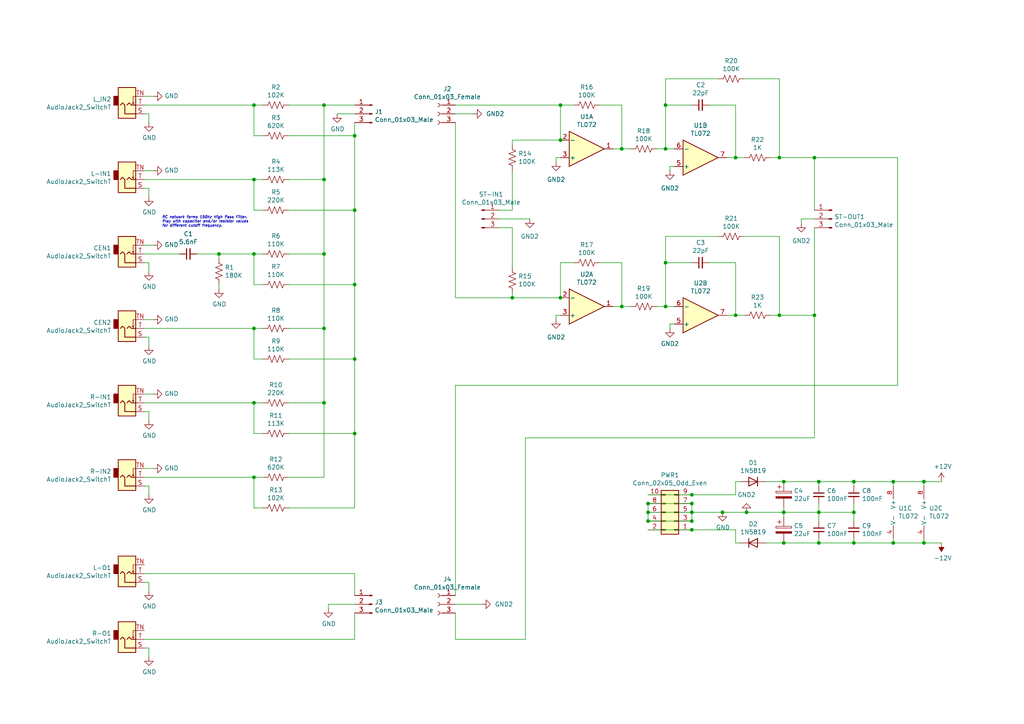
<source format=kicad_sch>
(kicad_sch (version 20231120) (generator "eeschema") (generator_version "8.0")
  (paper "A4")
  (title_block (title "Mixor Image") (date "2022-03-31") (rev "5") (company "Modular Maculata") (comment 1 "(inspired by nearness mixer)") (comment 2 "CONSTANT POWER PANNING (-35, -15, 0, 15, 35)"))
  (lib_symbols
    (symbol "Amplifier_Operational:TL072" (pin_names (offset 0.127))
      (property "Reference" "U" (at 0 5.08 0))
      (property "Value" "TL072" (at 0 -5.08 0))
      (symbol "TL072_1_1"
        (polyline (pts (xy -5.08 5.08) (xy 5.08 0) (xy -5.08 -5.08) (xy -5.08 5.08)) (stroke (width 0.254)) (fill (type background)))
        (pin output line (at 7.62 0 180) (length 2.54) (name "~") (number "1"))
        (pin input line (at -7.62 -2.54 0) (length 2.54) (name "-") (number "2"))
        (pin input line (at -7.62 2.54 0) (length 2.54) (name "+") (number "3"))
      )
      (symbol "TL072_2_1"
        (polyline (pts (xy -5.08 5.08) (xy 5.08 0) (xy -5.08 -5.08) (xy -5.08 5.08)) (stroke (width 0.254)) (fill (type background)))
        (pin input line (at -7.62 2.54 0) (length 2.54) (name "+") (number "5"))
        (pin input line (at -7.62 -2.54 0) (length 2.54) (name "-") (number "6"))
        (pin output line (at 7.62 0 180) (length 2.54) (name "~") (number "7"))
      )
      (symbol "TL072_3_1"
        (pin power_in line (at -2.54 -7.62 90) (length 3.81) (name "V-") (number "4"))
        (pin power_in line (at -2.54 7.62 270) (length 3.81) (name "V+") (number "8"))
      )
    )
    (symbol "Connector:Conn_01x03_Pin" (pin_names (offset 1.016) hide)
      (property "Reference" "J" (at 0 5.08 0))
      (property "Value" "Conn_01x03_Pin" (at 0 -5.08 0))
      (symbol "Conn_01x03_Pin_1_1"
        (polyline (pts (xy 1.27 -2.54) (xy 0.8636 -2.54)) (stroke (width 0.1524)))
        (polyline (pts (xy 1.27 0) (xy 0.8636 0)) (stroke (width 0.1524)))
        (polyline (pts (xy 1.27 2.54) (xy 0.8636 2.54)) (stroke (width 0.1524)))
        (rectangle (start 0.8636 -2.413) (end 0 -2.667) (stroke (width 0.1524)) (fill (type outline)))
        (rectangle (start 0.8636 0.127) (end 0 -0.127) (stroke (width 0.1524)) (fill (type outline)))
        (rectangle (start 0.8636 2.667) (end 0 2.413) (stroke (width 0.1524)) (fill (type outline)))
        (pin passive line (at 5.08 2.54 180) (length 3.81) (name "Pin_1") (number "1"))
        (pin passive line (at 5.08 0 180) (length 3.81) (name "Pin_2") (number "2"))
        (pin passive line (at 5.08 -2.54 180) (length 3.81) (name "Pin_3") (number "3"))
      )
    )
    (symbol "Connector:Conn_01x03_Socket" (pin_names (offset 1.016) hide)
      (property "Reference" "J" (at 0 5.08 0))
      (property "Value" "Conn_01x03_Socket" (at 0 -5.08 0))
      (symbol "Conn_01x03_Socket_1_1"
        (arc (start 0 -2.032) (mid -0.5058 -2.54) (end 0 -3.048) (stroke (width 0.1524)))
        (polyline (pts (xy -1.27 -2.54) (xy -0.508 -2.54)) (stroke (width 0.1524)))
        (polyline (pts (xy -1.27 0) (xy -0.508 0)) (stroke (width 0.1524)))
        (polyline (pts (xy -1.27 2.54) (xy -0.508 2.54)) (stroke (width 0.1524)))
        (arc (start 0 0.508) (mid -0.5058 0) (end 0 -0.508) (stroke (width 0.1524)))
        (arc (start 0 3.048) (mid -0.5058 2.54) (end 0 2.032) (stroke (width 0.1524)))
        (pin passive line (at -5.08 2.54 0) (length 3.81) (name "Pin_1") (number "1"))
        (pin passive line (at -5.08 0 0) (length 3.81) (name "Pin_2") (number "2"))
        (pin passive line (at -5.08 -2.54 0) (length 3.81) (name "Pin_3") (number "3"))
      )
    )
    (symbol "Connector_Audio:AudioJack2_SwitchT"
      (property "Reference" "J" (at 0 8.89 0))
      (property "Value" "AudioJack2_SwitchT" (at 0 6.35 0))
      (symbol "AudioJack2_SwitchT_0_1"
        (rectangle (start -2.54 0) (end -3.81 -2.54) (stroke (width 0.254)) (fill (type outline)))
        (polyline (pts (xy 1.778 -0.254) (xy 2.032 -0.762)))
        (polyline (pts (xy 0 0) (xy 0.635 -0.635) (xy 1.27 0) (xy 2.54 0)) (stroke (width 0.254)))
        (polyline (pts (xy 2.54 -2.54) (xy 1.778 -2.54) (xy 1.778 -0.254) (xy 1.524 -0.762)))
        (polyline (pts (xy 2.54 2.54) (xy -0.635 2.54) (xy -0.635 0) (xy -1.27 -0.635) (xy -1.905 0)) (stroke (width 0.254)))
        (rectangle (start 2.54 3.81) (end -2.54 -5.08) (stroke (width 0.254)) (fill (type background)))
      )
      (symbol "AudioJack2_SwitchT_1_1"
        (pin passive line (at 5.08 2.54 180) (length 2.54) (name "~") (number "S"))
        (pin passive line (at 5.08 0 180) (length 2.54) (name "~") (number "T"))
        (pin passive line (at 5.08 -2.54 180) (length 2.54) (name "~") (number "TN"))
      )
    )
    (symbol "Connector_Generic:Conn_02x05_Odd_Even" (pin_names (offset 1.016) hide)
      (property "Reference" "J" (at 1.27 7.62 0))
      (property "Value" "Conn_02x05_Odd_Even" (at 1.27 -7.62 0))
      (symbol "Conn_02x05_Odd_Even_1_1"
        (rectangle (start -1.27 -4.953) (end 0 -5.207) (stroke (width 0.1524)))
        (rectangle (start -1.27 -2.413) (end 0 -2.667) (stroke (width 0.1524)))
        (rectangle (start -1.27 0.127) (end 0 -0.127) (stroke (width 0.1524)))
        (rectangle (start -1.27 2.667) (end 0 2.413) (stroke (width 0.1524)))
        (rectangle (start -1.27 5.207) (end 0 4.953) (stroke (width 0.1524)))
        (rectangle (start -1.27 6.35) (end 3.81 -6.35) (stroke (width 0.254)) (fill (type background)))
        (rectangle (start 3.81 -4.953) (end 2.54 -5.207) (stroke (width 0.1524)))
        (rectangle (start 3.81 -2.413) (end 2.54 -2.667) (stroke (width 0.1524)))
        (rectangle (start 3.81 0.127) (end 2.54 -0.127) (stroke (width 0.1524)))
        (rectangle (start 3.81 2.667) (end 2.54 2.413) (stroke (width 0.1524)))
        (rectangle (start 3.81 5.207) (end 2.54 4.953) (stroke (width 0.1524)))
        (pin passive line (at -5.08 5.08 0) (length 3.81) (name "Pin_1") (number "1"))
        (pin passive line (at 7.62 -5.08 180) (length 3.81) (name "Pin_10") (number "10"))
        (pin passive line (at 7.62 5.08 180) (length 3.81) (name "Pin_2") (number "2"))
        (pin passive line (at -5.08 2.54 0) (length 3.81) (name "Pin_3") (number "3"))
        (pin passive line (at 7.62 2.54 180) (length 3.81) (name "Pin_4") (number "4"))
        (pin passive line (at -5.08 0 0) (length 3.81) (name "Pin_5") (number "5"))
        (pin passive line (at 7.62 0 180) (length 3.81) (name "Pin_6") (number "6"))
        (pin passive line (at -5.08 -2.54 0) (length 3.81) (name "Pin_7") (number "7"))
        (pin passive line (at 7.62 -2.54 180) (length 3.81) (name "Pin_8") (number "8"))
        (pin passive line (at -5.08 -5.08 0) (length 3.81) (name "Pin_9") (number "9"))
      )
    )
    (symbol "Device:C_Polarized" (pin_numbers hide) (pin_names (offset 0.254))
      (property "Reference" "C" (at 0.635 2.54 0))
      (property "Value" "C_Polarized" (at 0.635 -2.54 0))
      (symbol "C_Polarized_0_1"
        (rectangle (start -2.286 0.508) (end 2.286 1.016))
        (polyline (pts (xy -1.778 2.286) (xy -0.762 2.286)))
        (polyline (pts (xy -1.27 2.794) (xy -1.27 1.778)))
        (rectangle (start 2.286 -0.508) (end -2.286 -1.016) (fill (type outline)))
      )
      (symbol "C_Polarized_1_1"
        (pin passive line (at 0 3.81 270) (length 2.794) (name "~") (number "1"))
        (pin passive line (at 0 -3.81 90) (length 2.794) (name "~") (number "2"))
      )
    )
    (symbol "Device:C_Small" (pin_numbers hide) (pin_names (offset 0.254) hide)
      (property "Reference" "C" (at 0.254 1.778 0))
      (property "Value" "C_Small" (at 0.254 -2.032 0))
      (symbol "C_Small_0_1"
        (polyline (pts (xy -1.524 -0.508) (xy 1.524 -0.508)) (stroke (width 0.3302)))
        (polyline (pts (xy -1.524 0.508) (xy 1.524 0.508)) (stroke (width 0.3048)))
      )
      (symbol "C_Small_1_1"
        (pin passive line (at 0 2.54 270) (length 2.032) (name "~") (number "1"))
        (pin passive line (at 0 -2.54 90) (length 2.032) (name "~") (number "2"))
      )
    )
    (symbol "Device:D" (pin_numbers hide) (pin_names (offset 1.016) hide)
      (property "Reference" "D" (at 0 2.54 0))
      (property "Value" "D" (at 0 -2.54 0))
      (symbol "D_0_1"
        (polyline (pts (xy -1.27 1.27) (xy -1.27 -1.27)) (stroke (width 0.254)))
        (polyline (pts (xy 1.27 0) (xy -1.27 0)))
        (polyline (pts (xy 1.27 1.27) (xy 1.27 -1.27) (xy -1.27 0) (xy 1.27 1.27)) (stroke (width 0.254)))
      )
      (symbol "D_1_1"
        (pin passive line (at -3.81 0 0) (length 2.54) (name "K") (number "1"))
        (pin passive line (at 3.81 0 180) (length 2.54) (name "A") (number "2"))
      )
    )
    (symbol "Device:R_US" (pin_numbers hide) (pin_names (offset 0))
      (property "Reference" "R" (at 2.54 0 90))
      (property "Value" "R_US" (at -2.54 0 90))
      (symbol "R_US_0_1"
        (polyline (pts (xy 0 -2.286) (xy 0 -2.54)))
        (polyline (pts (xy 0 2.286) (xy 0 2.54)))
        (polyline (pts (xy 0 -0.762) (xy 1.016 -1.143) (xy 0 -1.524) (xy -1.016 -1.905) (xy 0 -2.286)))
        (polyline (pts (xy 0 0.762) (xy 1.016 0.381) (xy 0 0) (xy -1.016 -0.381) (xy 0 -0.762)))
        (polyline (pts (xy 0 2.286) (xy 1.016 1.905) (xy 0 1.524) (xy -1.016 1.143) (xy 0 0.762)))
      )
      (symbol "R_US_1_1"
        (pin passive line (at 0 3.81 270) (length 1.27) (name "~") (number "1"))
        (pin passive line (at 0 -3.81 90) (length 1.27) (name "~") (number "2"))
      )
    )
    (symbol "power:+12V" (power) (pin_names (offset 0))
      (property "Value" "+12V" (at 0 3.556 0))
      (symbol "+12V_0_1"
        (polyline (pts (xy -0.762 1.27) (xy 0 2.54)))
        (polyline (pts (xy 0 0) (xy 0 2.54)))
        (polyline (pts (xy 0 2.54) (xy 0.762 1.27)))
      )
      (symbol "+12V_1_1"
        (pin power_in line (at 0 0 90) (length 0) hide (name "+12V") (number "1"))
      )
    )
    (symbol "power:-12V" (power) (pin_names (offset 0))
      (property "Value" "-12V" (at 0 3.81 0))
      (symbol "-12V_0_0"
        (pin power_in line (at 0 0 90) (length 0) hide (name "-12V") (number "1"))
      )
      (symbol "-12V_0_1"
        (polyline (pts (xy 0 0) (xy 0 1.27) (xy 0.762 1.27) (xy 0 2.54) (xy -0.762 1.27) (xy 0 1.27)) (fill (type outline)))
      )
    )
    (symbol "power:GND" (power) (pin_names (offset 0))
      (property "Value" "GND" (at 0 -3.81 0))
      (symbol "GND_0_1"
        (polyline (pts (xy 0 0) (xy 0 -1.27) (xy 1.27 -1.27) (xy 0 -2.54) (xy -1.27 -1.27) (xy 0 -1.27)))
      )
      (symbol "GND_1_1"
        (pin power_in line (at 0 0 270) (length 0) hide (name "GND") (number "1"))
      )
    )
    (symbol "power:GND2" (power) (pin_names (offset 0))
      (property "Value" "GND2" (at 0 -3.81 0))
      (symbol "GND2_0_1"
        (polyline (pts (xy 0 0) (xy 0 -1.27) (xy 1.27 -1.27) (xy 0 -2.54) (xy -1.27 -1.27) (xy 0 -1.27)))
      )
      (symbol "GND2_1_1"
        (pin power_in line (at 0 0 270) (length 0) hide (name "GND2") (number "1"))
      )
    )
  )
  (junction (at 213.36 45.72))
  (junction (at 162.56 30.48))
  (junction (at 193.04 30.48))
  (junction (at 102.87 60.96))
  (junction (at 227.33 148.59))
  (junction (at 93.98 52.07))
  (junction (at 102.87 39.37))
  (junction (at 162.56 40.64))
  (junction (at 259.08 157.48))
  (junction (at 237.49 139.7))
  (junction (at 216.535 148.59))
  (junction (at 180.34 43.18))
  (junction (at 200.66 148.59))
  (junction (at 259.08 139.7))
  (junction (at 193.04 88.9))
  (junction (at 73.66 116.84))
  (junction (at 63.5 73.66))
  (junction (at 227.33 157.48))
  (junction (at 247.65 139.7))
  (junction (at 247.65 157.48))
  (junction (at 162.56 86.36))
  (junction (at 73.66 138.43))
  (junction (at 187.96 151.13))
  (junction (at 226.06 91.44))
  (junction (at 236.22 91.44))
  (junction (at 193.04 76.2))
  (junction (at 200.66 146.05))
  (junction (at 200.66 143.51))
  (junction (at 73.66 73.66))
  (junction (at 180.34 88.9))
  (junction (at 102.87 104.14))
  (junction (at 200.66 151.13))
  (junction (at 73.66 52.07))
  (junction (at 193.04 43.18))
  (junction (at 187.96 146.05))
  (junction (at 267.97 157.48))
  (junction (at 237.49 157.48))
  (junction (at 102.87 82.55))
  (junction (at 102.87 125.73))
  (junction (at 267.97 139.7))
  (junction (at 227.33 139.7))
  (junction (at 187.96 148.59))
  (junction (at 209.55 148.59))
  (junction (at 73.66 95.25))
  (junction (at 148.59 86.36))
  (junction (at 236.22 45.72))
  (junction (at 93.98 95.25))
  (junction (at 237.49 148.59))
  (junction (at 93.98 116.84))
  (junction (at 93.98 73.66))
  (junction (at 247.65 148.59))
  (junction (at 200.66 153.67))
  (junction (at 226.06 45.72))
  (junction (at 93.98 30.48))
  (junction (at 213.36 91.44))
  (junction (at 73.66 30.48))
  (wire (pts (xy 83.82 125.73) (xy 102.87 125.73)))
  (wire (pts (xy 41.91 185.42) (xy 102.87 185.42)))
  (wire (pts (xy 57.15 73.66) (xy 63.5 73.66)))
  (wire (pts (xy 132.08 111.76) (xy 260.35 111.76)))
  (wire (pts (xy 83.82 82.55) (xy 102.87 82.55)))
  (wire (pts (xy 144.78 66.04) (xy 148.59 66.04)))
  (wire (pts (xy 180.34 30.48) (xy 180.34 43.18)))
  (wire (pts (xy 193.04 88.9) (xy 195.58 88.9)))
  (wire (pts (xy 226.06 22.86) (xy 215.9 22.86)))
  (wire (pts (xy 76.2 39.37) (xy 73.66 39.37)))
  (wire (pts (xy 162.56 30.48) (xy 162.56 40.64)))
  (wire (pts (xy 187.96 146.05) (xy 200.66 146.05)))
  (wire (pts (xy 223.52 45.72) (xy 226.06 45.72)))
  (wire (pts (xy 73.66 60.96) (xy 73.66 52.07)))
  (wire (pts (xy 73.66 82.55) (xy 73.66 73.66)))
  (wire (pts (xy 102.87 147.32) (xy 102.87 125.73)))
  (wire (pts (xy 214.63 157.48) (xy 213.36 157.48)))
  (wire (pts (xy 215.9 45.72) (xy 213.36 45.72)))
  (wire (pts (xy 41.91 33.02) (xy 43.18 33.02)))
  (wire (pts (xy 83.82 73.66) (xy 93.98 73.66)))
  (wire (pts (xy 227.33 148.59) (xy 227.33 147.32)))
  (wire (pts (xy 83.82 116.84) (xy 93.98 116.84)))
  (wire (pts (xy 237.49 156.21) (xy 237.49 157.48)))
  (wire (pts (xy 237.49 146.05) (xy 237.49 148.59)))
  (wire (pts (xy 83.82 95.25) (xy 93.98 95.25)))
  (wire (pts (xy 102.87 104.14) (xy 102.87 82.55)))
  (wire (pts (xy 210.82 91.44) (xy 213.36 91.44)))
  (wire (pts (xy 43.18 119.38) (xy 43.18 121.92)))
  (wire (pts (xy 102.87 60.96) (xy 102.87 39.37)))
  (wire (pts (xy 236.22 91.44) (xy 236.22 127)))
  (wire (pts (xy 173.99 76.2) (xy 180.34 76.2)))
  (wire (pts (xy 226.06 45.72) (xy 226.06 22.86)))
  (wire (pts (xy 43.18 54.61) (xy 43.18 57.15)))
  (wire (pts (xy 148.59 60.96) (xy 144.78 60.96)))
  (wire (pts (xy 43.18 33.02) (xy 43.18 35.56)))
  (wire (pts (xy 213.36 30.48) (xy 205.74 30.48)))
  (wire (pts (xy 173.99 30.48) (xy 180.34 30.48)))
  (wire (pts (xy 43.18 97.79) (xy 43.18 100.33)))
  (wire (pts (xy 247.65 148.59) (xy 247.65 151.13)))
  (wire (pts (xy 194.31 49.53) (xy 194.31 48.26)))
  (wire (pts (xy 194.31 95.25) (xy 194.31 93.98)))
  (wire (pts (xy 132.08 172.72) (xy 132.08 111.76)))
  (wire (pts (xy 102.87 166.37) (xy 102.87 172.72)))
  (wire (pts (xy 132.08 35.56) (xy 132.08 86.36)))
  (wire (pts (xy 193.04 76.2) (xy 193.04 88.9)))
  (wire (pts (xy 210.82 45.72) (xy 213.36 45.72)))
  (wire (pts (xy 41.91 138.43) (xy 73.66 138.43)))
  (wire (pts (xy 209.55 148.59) (xy 200.66 148.59)))
  (wire (pts (xy 222.25 139.7) (xy 227.33 139.7)))
  (wire (pts (xy 73.66 116.84) (xy 76.2 116.84)))
  (wire (pts (xy 237.49 157.48) (xy 247.65 157.48)))
  (wire (pts (xy 148.59 86.36) (xy 148.59 85.09)))
  (wire (pts (xy 247.65 139.7) (xy 259.08 139.7)))
  (wire (pts (xy 267.97 157.48) (xy 267.97 156.21)))
  (wire (pts (xy 259.08 157.48) (xy 267.97 157.48)))
  (wire (pts (xy 208.28 68.58) (xy 193.04 68.58)))
  (wire (pts (xy 73.66 147.32) (xy 73.66 138.43)))
  (wire (pts (xy 152.4 127) (xy 152.4 185.42)))
  (wire (pts (xy 162.56 45.72) (xy 161.29 45.72)))
  (wire (pts (xy 161.29 45.72) (xy 161.29 46.99)))
  (wire (pts (xy 41.91 116.84) (xy 73.66 116.84)))
  (wire (pts (xy 148.59 41.91) (xy 148.59 40.64)))
  (wire (pts (xy 209.55 148.59) (xy 216.535 148.59)))
  (wire (pts (xy 187.96 146.05) (xy 187.96 148.59)))
  (wire (pts (xy 213.36 45.72) (xy 213.36 30.48)))
  (wire (pts (xy 162.56 91.44) (xy 161.29 91.44)))
  (wire (pts (xy 73.66 52.07) (xy 76.2 52.07)))
  (wire (pts (xy 193.04 68.58) (xy 193.04 76.2)))
  (wire (pts (xy 213.36 91.44) (xy 213.36 76.2)))
  (wire (pts (xy 43.18 187.96) (xy 43.18 190.5)))
  (wire (pts (xy 247.65 156.21) (xy 247.65 157.48)))
  (wire (pts (xy 213.36 153.67) (xy 200.66 153.67)))
  (wire (pts (xy 226.06 91.44) (xy 223.52 91.44)))
  (wire (pts (xy 180.34 76.2) (xy 180.34 88.9)))
  (wire (pts (xy 193.04 43.18) (xy 195.58 43.18)))
  (wire (pts (xy 166.37 30.48) (xy 162.56 30.48)))
  (wire (pts (xy 236.22 66.04) (xy 236.22 91.44)))
  (wire (pts (xy 213.36 139.7) (xy 213.36 143.51)))
  (wire (pts (xy 227.33 157.48) (xy 237.49 157.48)))
  (wire (pts (xy 41.91 187.96) (xy 43.18 187.96)))
  (wire (pts (xy 76.2 82.55) (xy 73.66 82.55)))
  (wire (pts (xy 259.08 156.21) (xy 259.08 157.48)))
  (wire (pts (xy 187.96 148.59) (xy 200.66 148.59)))
  (wire (pts (xy 193.04 30.48) (xy 193.04 43.18)))
  (wire (pts (xy 76.2 104.14) (xy 73.66 104.14)))
  (wire (pts (xy 83.82 30.48) (xy 93.98 30.48)))
  (wire (pts (xy 41.91 140.97) (xy 43.18 140.97)))
  (wire (pts (xy 44.45 92.71) (xy 41.91 92.71)))
  (wire (pts (xy 41.91 54.61) (xy 43.18 54.61)))
  (wire (pts (xy 148.59 49.53) (xy 148.59 60.96)))
  (wire (pts (xy 132.08 86.36) (xy 148.59 86.36)))
  (wire (pts (xy 93.98 116.84) (xy 93.98 95.25)))
  (wire (pts (xy 44.45 27.94) (xy 41.91 27.94)))
  (wire (pts (xy 236.22 45.72) (xy 226.06 45.72)))
  (wire (pts (xy 63.5 82.55) (xy 63.5 83.82)))
  (wire (pts (xy 83.82 104.14) (xy 102.87 104.14)))
  (wire (pts (xy 76.2 147.32) (xy 73.66 147.32)))
  (wire (pts (xy 73.66 30.48) (xy 76.2 30.48)))
  (wire (pts (xy 132.08 185.42) (xy 132.08 177.8)))
  (wire (pts (xy 273.05 139.7) (xy 267.97 139.7)))
  (wire (pts (xy 236.22 63.5) (xy 232.41 63.5)))
  (wire (pts (xy 187.96 151.13) (xy 187.96 148.59)))
  (wire (pts (xy 152.4 185.42) (xy 132.08 185.42)))
  (wire (pts (xy 41.91 52.07) (xy 73.66 52.07)))
  (wire (pts (xy 267.97 139.7) (xy 267.97 140.97)))
  (wire (pts (xy 236.22 127) (xy 152.4 127)))
  (wire (pts (xy 93.98 73.66) (xy 93.98 52.07)))
  (wire (pts (xy 260.35 111.76) (xy 260.35 45.72)))
  (wire (pts (xy 73.66 104.14) (xy 73.66 95.25)))
  (wire (pts (xy 43.18 140.97) (xy 43.18 143.51)))
  (wire (pts (xy 95.25 175.26) (xy 95.25 176.53)))
  (wire (pts (xy 41.91 76.2) (xy 43.18 76.2)))
  (wire (pts (xy 41.91 97.79) (xy 43.18 97.79)))
  (wire (pts (xy 41.91 168.91) (xy 43.18 168.91)))
  (wire (pts (xy 259.08 140.97) (xy 259.08 139.7)))
  (wire (pts (xy 200.66 151.13) (xy 200.66 148.59)))
  (wire (pts (xy 132.08 33.02) (xy 137.16 33.02)))
  (wire (pts (xy 93.98 95.25) (xy 93.98 73.66)))
  (wire (pts (xy 43.18 168.91) (xy 43.18 171.45)))
  (wire (pts (xy 200.66 146.05) (xy 200.66 148.59)))
  (wire (pts (xy 236.22 91.44) (xy 226.06 91.44)))
  (wire (pts (xy 273.05 157.48) (xy 267.97 157.48)))
  (wire (pts (xy 148.59 66.04) (xy 148.59 77.47)))
  (wire (pts (xy 187.96 151.13) (xy 200.66 151.13)))
  (wire (pts (xy 102.87 33.02) (xy 97.79 33.02)))
  (wire (pts (xy 41.91 119.38) (xy 43.18 119.38)))
  (wire (pts (xy 41.91 30.48) (xy 73.66 30.48)))
  (wire (pts (xy 194.31 93.98) (xy 195.58 93.98)))
  (wire (pts (xy 162.56 86.36) (xy 148.59 86.36)))
  (wire (pts (xy 162.56 76.2) (xy 162.56 86.36)))
  (wire (pts (xy 83.82 60.96) (xy 102.87 60.96)))
  (wire (pts (xy 236.22 60.96) (xy 236.22 45.72)))
  (wire (pts (xy 166.37 76.2) (xy 162.56 76.2)))
  (wire (pts (xy 227.33 149.86) (xy 227.33 148.59)))
  (wire (pts (xy 161.29 91.44) (xy 161.29 92.71)))
  (wire (pts (xy 73.66 125.73) (xy 73.66 116.84)))
  (wire (pts (xy 216.535 148.59) (xy 227.33 148.59)))
  (wire (pts (xy 187.96 143.51) (xy 200.66 143.51)))
  (wire (pts (xy 208.28 22.86) (xy 193.04 22.86)))
  (wire (pts (xy 227.33 148.59) (xy 237.49 148.59)))
  (wire (pts (xy 190.5 88.9) (xy 193.04 88.9)))
  (wire (pts (xy 139.7 175.26) (xy 132.08 175.26)))
  (wire (pts (xy 237.49 139.7) (xy 247.65 139.7)))
  (wire (pts (xy 144.78 63.5) (xy 153.67 63.5)))
  (wire (pts (xy 213.36 157.48) (xy 213.36 153.67)))
  (wire (pts (xy 213.36 76.2) (xy 205.74 76.2)))
  (wire (pts (xy 63.5 74.93) (xy 63.5 73.66)))
  (wire (pts (xy 132.08 30.48) (xy 162.56 30.48)))
  (wire (pts (xy 222.25 157.48) (xy 227.33 157.48)))
  (wire (pts (xy 83.82 52.07) (xy 93.98 52.07)))
  (wire (pts (xy 44.45 49.53) (xy 41.91 49.53)))
  (wire (pts (xy 83.82 39.37) (xy 102.87 39.37)))
  (wire (pts (xy 200.66 30.48) (xy 193.04 30.48)))
  (wire (pts (xy 226.06 68.58) (xy 226.06 91.44)))
  (wire (pts (xy 102.87 175.26) (xy 95.25 175.26)))
  (wire (pts (xy 93.98 30.48) (xy 102.87 30.48)))
  (wire (pts (xy 76.2 125.73) (xy 73.66 125.73)))
  (wire (pts (xy 200.66 76.2) (xy 193.04 76.2)))
  (wire (pts (xy 193.04 22.86) (xy 193.04 30.48)))
  (wire (pts (xy 83.82 147.32) (xy 102.87 147.32)))
  (wire (pts (xy 43.18 76.2) (xy 43.18 78.74)))
  (wire (pts (xy 247.65 140.97) (xy 247.65 139.7)))
  (wire (pts (xy 247.65 148.59) (xy 237.49 148.59)))
  (wire (pts (xy 44.45 135.89) (xy 41.91 135.89)))
  (wire (pts (xy 93.98 138.43) (xy 93.98 116.84)))
  (wire (pts (xy 41.91 166.37) (xy 102.87 166.37)))
  (wire (pts (xy 227.33 139.7) (xy 237.49 139.7)))
  (wire (pts (xy 83.82 138.43) (xy 93.98 138.43)))
  (wire (pts (xy 213.36 143.51) (xy 200.66 143.51)))
  (wire (pts (xy 76.2 73.66) (xy 73.66 73.66)))
  (wire (pts (xy 194.31 48.26) (xy 195.58 48.26)))
  (wire (pts (xy 180.34 88.9) (xy 177.8 88.9)))
  (wire (pts (xy 247.65 146.05) (xy 247.65 148.59)))
  (wire (pts (xy 260.35 45.72) (xy 236.22 45.72)))
  (wire (pts (xy 76.2 60.96) (xy 73.66 60.96)))
  (wire (pts (xy 259.08 139.7) (xy 267.97 139.7)))
  (wire (pts (xy 187.96 153.67) (xy 200.66 153.67)))
  (wire (pts (xy 73.66 95.25) (xy 76.2 95.25)))
  (wire (pts (xy 41.91 73.66) (xy 52.07 73.66)))
  (wire (pts (xy 247.65 157.48) (xy 259.08 157.48)))
  (wire (pts (xy 63.5 73.66) (xy 73.66 73.66)))
  (wire (pts (xy 232.41 63.5) (xy 232.41 64.77)))
  (wire (pts (xy 41.91 95.25) (xy 73.66 95.25)))
  (wire (pts (xy 102.87 82.55) (xy 102.87 60.96)))
  (wire (pts (xy 190.5 43.18) (xy 193.04 43.18)))
  (wire (pts (xy 182.88 88.9) (xy 180.34 88.9)))
  (wire (pts (xy 93.98 52.07) (xy 93.98 30.48)))
  (wire (pts (xy 177.8 43.18) (xy 180.34 43.18)))
  (wire (pts (xy 148.59 40.64) (xy 162.56 40.64)))
  (wire (pts (xy 215.9 91.44) (xy 213.36 91.44)))
  (wire (pts (xy 215.9 68.58) (xy 226.06 68.58)))
  (wire (pts (xy 44.45 114.3) (xy 41.91 114.3)))
  (wire (pts (xy 73.66 39.37) (xy 73.66 30.48)))
  (wire (pts (xy 237.49 148.59) (xy 237.49 151.13)))
  (wire (pts (xy 237.49 140.97) (xy 237.49 139.7)))
  (wire (pts (xy 214.63 139.7) (xy 213.36 139.7)))
  (wire (pts (xy 102.87 125.73) (xy 102.87 104.14)))
  (wire (pts (xy 102.87 39.37) (xy 102.87 35.56)))
  (wire (pts (xy 180.34 43.18) (xy 182.88 43.18)))
  (wire (pts (xy 44.45 71.12) (xy 41.91 71.12)))
  (wire (pts (xy 102.87 185.42) (xy 102.87 177.8)))
  (wire (pts (xy 73.66 138.43) (xy 76.2 138.43)))
  (text "RC network forms 150hz High Pass Filter.\nPlay with capacitor and/or resistor values\nfor different cutoff frequency." (at 46.99 66.04 0) (effects (font (size 0.762 0.762) (italic yes)) (justify left bottom)))
  (symbol (lib_id "Connector_Audio:AudioJack2_SwitchT") (at 36.83 30.48 0) (mirror x) (unit 1)
    (property "Reference" "L_IN2" (at 32.2834 28.7782 0) (effects (justify right)))
    (property "Value" "AudioJack2_SwitchT" (at 32.2834 31.0896 0) (effects (justify right)))
    (property "Footprint" "thonk:Jack_3.5mm_QingPu_WQP-PJ301M-12_Vertical" (effects (hide yes)))
  )
  (symbol (lib_id "Connector_Audio:AudioJack2_SwitchT") (at 36.83 52.07 0) (mirror x) (unit 1)
    (property "Reference" "L-IN1" (at 32.2834 50.3682 0) (effects (justify right)))
    (property "Value" "AudioJack2_SwitchT" (at 32.2834 52.6796 0) (effects (justify right)))
    (property "Footprint" "AudioJacks:Jack_3.5mm_QingPu_WQP-PJ398SM_Vertical" (effects (hide yes)))
  )
  (symbol (lib_id "Connector_Audio:AudioJack2_SwitchT") (at 36.83 73.66 0) (mirror x) (unit 1)
    (property "Reference" "CEN1" (at 32.2834 71.9582 0) (effects (justify right)))
    (property "Value" "AudioJack2_SwitchT" (at 32.2834 74.2696 0) (effects (justify right)))
    (property "Footprint" "AudioJacks:Jack_3.5mm_QingPu_WQP-PJ398SM_Vertical" (effects (hide yes)))
  )
  (symbol (lib_id "Connector_Audio:AudioJack2_SwitchT") (at 36.83 95.25 0) (mirror x) (unit 1)
    (property "Reference" "CEN2" (at 32.2834 93.5482 0) (effects (justify right)))
    (property "Value" "AudioJack2_SwitchT" (at 32.2834 95.8596 0) (effects (justify right)))
    (property "Footprint" "AudioJacks:Jack_3.5mm_QingPu_WQP-PJ398SM_Vertical" (effects (hide yes)))
  )
  (symbol (lib_id "Connector_Audio:AudioJack2_SwitchT") (at 36.83 116.84 0) (mirror x) (unit 1)
    (property "Reference" "R-IN1" (at 32.2834 115.1382 0) (effects (justify right)))
    (property "Value" "AudioJack2_SwitchT" (at 32.2834 117.4496 0) (effects (justify right)))
    (property "Footprint" "AudioJacks:Jack_3.5mm_QingPu_WQP-PJ398SM_Vertical" (effects (hide yes)))
  )
  (symbol (lib_id "Connector_Audio:AudioJack2_SwitchT") (at 36.83 138.43 0) (mirror x) (unit 1)
    (property "Reference" "R-IN2" (at 32.2834 136.7282 0) (effects (justify right)))
    (property "Value" "AudioJack2_SwitchT" (at 32.2834 139.0396 0) (effects (justify right)))
    (property "Footprint" "AudioJacks:Jack_3.5mm_QingPu_WQP-PJ398SM_Vertical" (effects (hide yes)))
  )
  (symbol (lib_id "Connector_Audio:AudioJack2_SwitchT") (at 36.83 166.37 0) (mirror x) (unit 1)
    (property "Reference" "L-O1" (at 32.2834 164.6682 0) (effects (justify right)))
    (property "Value" "AudioJack2_SwitchT" (at 32.2834 166.9796 0) (effects (justify right)))
    (property "Footprint" "AudioJacks:Jack_3.5mm_QingPu_WQP-PJ398SM_Vertical" (effects (hide yes)))
  )
  (symbol (lib_id "Connector_Audio:AudioJack2_SwitchT") (at 36.83 185.42 0) (mirror x) (unit 1)
    (property "Reference" "R-O1" (at 32.2834 183.7182 0) (effects (justify right)))
    (property "Value" "AudioJack2_SwitchT" (at 32.2834 186.0296 0) (effects (justify right)))
    (property "Footprint" "AudioJacks:Jack_3.5mm_QingPu_WQP-PJ398SM_Vertical" (effects (hide yes)))
  )
  (symbol (lib_id "power:GND") (at 43.18 35.56 0) (unit 1)
    (property "Reference" "#PWR0101" (effects (hide yes)))
    (property "Value" "GND" (at 43.307 39.9542 0))
  )
  (symbol (lib_id "power:GND") (at 43.18 57.15 0) (unit 1)
    (property "Reference" "#PWR0102" (effects (hide yes)))
    (property "Value" "GND" (at 43.307 61.5442 0))
  )
  (symbol (lib_id "power:GND") (at 43.18 78.74 0) (unit 1)
    (property "Reference" "#PWR0104" (effects (hide yes)))
    (property "Value" "GND" (at 43.307 83.1342 0))
  )
  (symbol (lib_id "power:GND") (at 43.18 100.33 0) (unit 1)
    (property "Reference" "#PWR0105" (effects (hide yes)))
    (property "Value" "GND" (at 43.307 104.7242 0))
  )
  (symbol (lib_id "power:GND") (at 43.18 121.92 0) (unit 1)
    (property "Reference" "#PWR0106" (effects (hide yes)))
    (property "Value" "GND" (at 43.307 126.3142 0))
  )
  (symbol (lib_id "power:GND") (at 43.18 143.51 0) (unit 1)
    (property "Reference" "#PWR0107" (effects (hide yes)))
    (property "Value" "GND" (at 43.307 147.9042 0))
  )
  (symbol (lib_id "Device:R_US") (at 63.5 78.74 0) (unit 1)
    (property "Reference" "R1" (at 65.2272 77.5716 0) (effects (justify left)))
    (property "Value" "180K" (at 65.2272 79.883 0) (effects (justify left)))
    (property "Footprint" "Resistor_THT:R_Axial_DIN0204_L3.6mm_D1.6mm_P1.90mm_Vertical" (effects (hide yes)))
  )
  (symbol (lib_id "power:GND") (at 63.5 83.82 0) (unit 1)
    (property "Reference" "#PWR0103" (effects (hide yes)))
    (property "Value" "GND" (at 63.627 88.2142 0))
  )
  (symbol (lib_id "Device:R_US") (at 80.01 73.66 90) (unit 1)
    (property "Reference" "R6" (at 80.01 68.453 90))
    (property "Value" "110K" (at 80.01 70.7644 90))
    (property "Footprint" "Resistor_THT:R_Axial_DIN0204_L3.6mm_D1.6mm_P1.90mm_Vertical" (effects (hide yes)))
  )
  (symbol (lib_id "Device:R_US") (at 80.01 82.55 90) (unit 1)
    (property "Reference" "R7" (at 80.01 77.343 90))
    (property "Value" "110K" (at 80.01 79.6544 90))
    (property "Footprint" "Resistor_THT:R_Axial_DIN0204_L3.6mm_D1.6mm_P1.90mm_Vertical" (effects (hide yes)))
  )
  (symbol (lib_id "Device:R_US") (at 80.01 95.25 90) (unit 1)
    (property "Reference" "R8" (at 80.01 90.043 90))
    (property "Value" "110K" (at 80.01 92.3544 90))
    (property "Footprint" "Resistor_THT:R_Axial_DIN0204_L3.6mm_D1.6mm_P1.90mm_Vertical" (effects (hide yes)))
  )
  (symbol (lib_id "Device:R_US") (at 80.01 104.14 90) (unit 1)
    (property "Reference" "R9" (at 80.01 98.933 90))
    (property "Value" "110K" (at 80.01 101.2444 90))
    (property "Footprint" "Resistor_THT:R_Axial_DIN0204_L3.6mm_D1.6mm_P1.90mm_Vertical" (effects (hide yes)))
  )
  (symbol (lib_id "Device:R_US") (at 80.01 116.84 90) (unit 1)
    (property "Reference" "R10" (at 80.01 111.633 90))
    (property "Value" "220K" (at 80.01 113.9444 90))
    (property "Footprint" "Resistor_THT:R_Axial_DIN0204_L3.6mm_D1.6mm_P1.90mm_Vertical" (effects (hide yes)))
  )
  (symbol (lib_id "Device:R_US") (at 80.01 125.73 90) (unit 1)
    (property "Reference" "R11" (at 80.01 120.523 90))
    (property "Value" "113K" (at 80.01 122.8344 90))
    (property "Footprint" "Resistor_THT:R_Axial_DIN0204_L3.6mm_D1.6mm_P1.90mm_Vertical" (effects (hide yes)))
  )
  (symbol (lib_id "Device:R_US") (at 80.01 138.43 90) (unit 1)
    (property "Reference" "R12" (at 80.01 133.223 90))
    (property "Value" "620K" (at 80.01 135.5344 90))
    (property "Footprint" "Resistor_THT:R_Axial_DIN0204_L3.6mm_D1.6mm_P1.90mm_Vertical" (effects (hide yes)))
  )
  (symbol (lib_id "Device:R_US") (at 80.01 147.32 90) (unit 1)
    (property "Reference" "R13" (at 80.01 142.113 90))
    (property "Value" "102K" (at 80.01 144.4244 90))
    (property "Footprint" "Resistor_THT:R_Axial_DIN0204_L3.6mm_D1.6mm_P1.90mm_Vertical" (effects (hide yes)))
  )
  (symbol (lib_id "Device:R_US") (at 80.01 52.07 90) (unit 1)
    (property "Reference" "R4" (at 80.01 46.863 90))
    (property "Value" "113K" (at 80.01 49.1744 90))
    (property "Footprint" "Resistor_THT:R_Axial_DIN0204_L3.6mm_D1.6mm_P1.90mm_Vertical" (effects (hide yes)))
  )
  (symbol (lib_id "Device:R_US") (at 80.01 60.96 90) (unit 1)
    (property "Reference" "R5" (at 80.01 55.753 90))
    (property "Value" "220K" (at 80.01 58.0644 90))
    (property "Footprint" "Resistor_THT:R_Axial_DIN0204_L3.6mm_D1.6mm_P1.90mm_Vertical" (effects (hide yes)))
  )
  (symbol (lib_id "Device:R_US") (at 80.01 30.48 90) (unit 1)
    (property "Reference" "R2" (at 80.01 25.273 90))
    (property "Value" "102K" (at 80.01 27.5844 90))
    (property "Footprint" "Resistor_THT:R_Axial_DIN0204_L3.6mm_D1.6mm_P1.90mm_Vertical" (effects (hide yes)))
  )
  (symbol (lib_id "Device:R_US") (at 80.01 39.37 90) (unit 1)
    (property "Reference" "R3" (at 80.01 34.163 90))
    (property "Value" "620K" (at 80.01 36.4744 90))
    (property "Footprint" "Resistor_THT:R_Axial_DIN0204_L3.6mm_D1.6mm_P1.90mm_Vertical" (effects (hide yes)))
  )
  (symbol (lib_id "power:GND") (at 97.79 33.02 0) (unit 1)
    (property "Reference" "#PWR0108" (effects (hide yes)))
    (property "Value" "GND" (at 97.917 37.4142 0))
  )
  (symbol (lib_id "power:GND") (at 43.18 171.45 0) (unit 1)
    (property "Reference" "#PWR0109" (effects (hide yes)))
    (property "Value" "GND" (at 43.307 175.8442 0))
  )
  (symbol (lib_id "power:GND") (at 43.18 190.5 0) (unit 1)
    (property "Reference" "#PWR0110" (effects (hide yes)))
    (property "Value" "GND" (at 43.307 194.8942 0))
  )
  (symbol (lib_id "power:GND") (at 95.25 176.53 0) (unit 1)
    (property "Reference" "#PWR0111" (effects (hide yes)))
    (property "Value" "GND" (at 95.377 180.9242 0))
  )
  (symbol (lib_id "Connector:Conn_01x03_Pin") (at 107.95 33.02 0) (mirror y) (unit 1)
    (property "Reference" "J1" (at 108.6612 32.4104 0) (effects (justify right)))
    (property "Value" "Conn_01x03_Male" (at 108.6612 34.7218 0) (effects (justify right)))
    (property "Footprint" "Connector_PinHeader_2.54mm:PinHeader_1x03_P2.54mm_Vertical" (effects (hide yes)))
  )
  (symbol (lib_id "Connector:Conn_01x03_Socket") (at 127 33.02 0) (mirror y) (unit 1)
    (property "Reference" "J2" (at 129.7432 25.781 0))
    (property "Value" "Conn_01x03_Female" (at 129.7432 28.0924 0))
    (property "Footprint" "Connector_PinSocket_2.54mm:PinSocket_1x03_P2.54mm_Vertical" (effects (hide yes)))
  )
  (symbol (lib_id "Connector:Conn_01x03_Pin") (at 107.95 175.26 0) (mirror y) (unit 1)
    (property "Reference" "J3" (at 108.6612 174.6504 0) (effects (justify right)))
    (property "Value" "Conn_01x03_Male" (at 108.6612 176.9618 0) (effects (justify right)))
    (property "Footprint" "Connector_PinHeader_2.54mm:PinHeader_1x03_P2.54mm_Vertical" (effects (hide yes)))
  )
  (symbol (lib_id "Connector:Conn_01x03_Socket") (at 127 175.26 0) (mirror y) (unit 1)
    (property "Reference" "J4" (at 129.7432 168.021 0))
    (property "Value" "Conn_01x03_Female" (at 129.7432 170.3324 0))
    (property "Footprint" "Connector_PinSocket_2.54mm:PinSocket_1x03_P2.54mm_Vertical" (effects (hide yes)))
  )
  (symbol (lib_id "Amplifier_Operational:TL072") (at 170.18 43.18 0) (mirror x) (unit 1)
    (property "Reference" "U1" (at 170.18 33.8582 0))
    (property "Value" "TL072" (at 170.18 36.1696 0))
    (property "Footprint" "Package_DIP:DIP-8_W7.62mm_Socket" (effects (hide yes)))
    (property "Datasheet" "http://www.ti.com/lit/ds/symlink/tl071.pdf" (effects (hide yes)))
  )
  (symbol (lib_id "Amplifier_Operational:TL072") (at 203.2 45.72 0) (mirror x) (unit 2)
    (property "Reference" "U1" (at 203.2 36.3982 0))
    (property "Value" "TL072" (at 203.2 38.7096 0))
    (property "Footprint" "Package_DIP:DIP-8_W7.62mm_Socket" (effects (hide yes)))
    (property "Datasheet" "http://www.ti.com/lit/ds/symlink/tl071.pdf" (effects (hide yes)))
  )
  (symbol (lib_id "Amplifier_Operational:TL072") (at 261.62 148.59 0) (unit 3)
    (property "Reference" "U1" (at 260.5532 147.4216 0) (effects (justify left)))
    (property "Value" "TL072" (at 260.5532 149.733 0) (effects (justify left)))
    (property "Footprint" "Package_DIP:DIP-8_W7.62mm_Socket" (effects (hide yes)))
    (property "Datasheet" "http://www.ti.com/lit/ds/symlink/tl071.pdf" (effects (hide yes)))
  )
  (symbol (lib_id "Amplifier_Operational:TL072") (at 170.18 88.9 0) (mirror x) (unit 1)
    (property "Reference" "U2" (at 170.18 79.5782 0))
    (property "Value" "TL072" (at 170.18 81.8896 0))
    (property "Footprint" "Package_DIP:DIP-8_W7.62mm_Socket" (effects (hide yes)))
    (property "Datasheet" "http://www.ti.com/lit/ds/symlink/tl071.pdf" (effects (hide yes)))
  )
  (symbol (lib_id "Amplifier_Operational:TL072") (at 203.2 91.44 0) (mirror x) (unit 2)
    (property "Reference" "U2" (at 203.2 82.1182 0))
    (property "Value" "TL072" (at 203.2 84.4296 0))
    (property "Footprint" "Package_DIP:DIP-8_W7.62mm_Socket" (effects (hide yes)))
    (property "Datasheet" "http://www.ti.com/lit/ds/symlink/tl071.pdf" (effects (hide yes)))
  )
  (symbol (lib_id "Amplifier_Operational:TL072") (at 270.51 148.59 0) (unit 3)
    (property "Reference" "U2" (at 269.4432 147.4216 0) (effects (justify left)))
    (property "Value" "TL072" (at 269.4432 149.733 0) (effects (justify left)))
    (property "Footprint" "Package_DIP:DIP-8_W7.62mm_Socket" (effects (hide yes)))
    (property "Datasheet" "http://www.ti.com/lit/ds/symlink/tl071.pdf" (effects (hide yes)))
  )
  (symbol (lib_id "Device:R_US") (at 186.69 43.18 90) (unit 1)
    (property "Reference" "R18" (at 186.69 37.973 90))
    (property "Value" "100K" (at 186.69 40.2844 90))
    (property "Footprint" "Resistor_THT:R_Axial_DIN0204_L3.6mm_D1.6mm_P1.90mm_Vertical" (effects (hide yes)))
  )
  (symbol (lib_id "Device:R_US") (at 170.18 30.48 90) (unit 1)
    (property "Reference" "R16" (at 170.18 25.273 90))
    (property "Value" "100K" (at 170.18 27.5844 90))
    (property "Footprint" "Resistor_THT:R_Axial_DIN0204_L3.6mm_D1.6mm_P1.90mm_Vertical" (effects (hide yes)))
  )
  (symbol (lib_id "Device:R_US") (at 212.09 22.86 90) (unit 1)
    (property "Reference" "R20" (at 212.09 17.653 90))
    (property "Value" "100K" (at 212.09 19.9644 90))
    (property "Footprint" "Resistor_THT:R_Axial_DIN0204_L3.6mm_D1.6mm_P1.90mm_Vertical" (effects (hide yes)))
  )
  (symbol (lib_id "Device:R_US") (at 219.71 45.72 90) (unit 1)
    (property "Reference" "R22" (at 219.71 40.513 90))
    (property "Value" "1K" (at 219.71 42.8244 90))
    (property "Footprint" "Resistor_THT:R_Axial_DIN0204_L3.6mm_D1.6mm_P1.90mm_Vertical" (effects (hide yes)))
  )
  (symbol (lib_id "Device:C_Small") (at 203.2 30.48 90) (unit 1)
    (property "Reference" "C2" (at 203.2 24.6634 90))
    (property "Value" "22pF" (at 203.2 26.9748 90))
    (property "Footprint" "Capacitor_THT:C_Disc_D4.0mm_W1.6mm_P3.0mm" (effects (hide yes)))
  )
  (symbol (lib_id "Device:C_Small") (at 54.61 73.66 90) (unit 1)
    (property "Reference" "C1" (at 54.61 67.8434 90))
    (property "Value" "5.6nF" (at 54.61 70.1548 90))
    (property "Footprint" "Capacitor_THT:C_Rect_L4.0mm_W2.0mm_P4.00mm" (effects (hide yes)))
  )
  (symbol (lib_id "Connector:Conn_01x03_Pin") (at 139.7 63.5 0) (unit 1)
    (property "Reference" "ST-IN1" (at 142.4432 56.3626 0))
    (property "Value" "Conn_01x03_Male" (at 142.4432 58.674 0))
    (property "Footprint" "Connector:FanPinHeader_1x03_P2.54mm_Vertical" (effects (hide yes)))
  )
  (symbol (lib_id "Device:R_US") (at 148.59 45.72 0) (unit 1)
    (property "Reference" "R14" (at 150.3172 44.5516 0) (effects (justify left)))
    (property "Value" "100K" (at 150.3172 46.863 0) (effects (justify left)))
    (property "Footprint" "Resistor_THT:R_Axial_DIN0204_L3.6mm_D1.6mm_P1.90mm_Vertical" (effects (hide yes)))
  )
  (symbol (lib_id "Device:R_US") (at 148.59 81.28 0) (unit 1)
    (property "Reference" "R15" (at 150.3172 80.1116 0) (effects (justify left)))
    (property "Value" "100K" (at 150.3172 82.423 0) (effects (justify left)))
    (property "Footprint" "Resistor_THT:R_Axial_DIN0204_L3.6mm_D1.6mm_P1.90mm_Vertical" (effects (hide yes)))
  )
  (symbol (lib_id "Device:R_US") (at 186.69 88.9 90) (unit 1)
    (property "Reference" "R19" (at 186.69 83.693 90))
    (property "Value" "100K" (at 186.69 86.0044 90))
    (property "Footprint" "Resistor_THT:R_Axial_DIN0204_L3.6mm_D1.6mm_P1.90mm_Vertical" (effects (hide yes)))
  )
  (symbol (lib_id "Device:R_US") (at 170.18 76.2 90) (unit 1)
    (property "Reference" "R17" (at 170.18 70.993 90))
    (property "Value" "100K" (at 170.18 73.3044 90))
    (property "Footprint" "Resistor_THT:R_Axial_DIN0204_L3.6mm_D1.6mm_P1.90mm_Vertical" (effects (hide yes)))
  )
  (symbol (lib_id "Device:R_US") (at 212.09 68.58 90) (unit 1)
    (property "Reference" "R21" (at 212.09 63.373 90))
    (property "Value" "100K" (at 212.09 65.6844 90))
    (property "Footprint" "Resistor_THT:R_Axial_DIN0204_L3.6mm_D1.6mm_P1.90mm_Vertical" (effects (hide yes)))
  )
  (symbol (lib_id "Device:C_Small") (at 203.2 76.2 90) (unit 1)
    (property "Reference" "C3" (at 203.2 70.3834 90))
    (property "Value" "22pF" (at 203.2 72.6948 90))
    (property "Footprint" "Capacitor_THT:C_Disc_D4.0mm_W1.6mm_P3.0mm" (effects (hide yes)))
  )
  (symbol (lib_id "Device:R_US") (at 219.71 91.44 90) (unit 1)
    (property "Reference" "R23" (at 219.71 86.233 90))
    (property "Value" "1K" (at 219.71 88.5444 90))
    (property "Footprint" "Resistor_THT:R_Axial_DIN0204_L3.6mm_D1.6mm_P1.90mm_Vertical" (effects (hide yes)))
  )
  (symbol (lib_id "Connector:Conn_01x03_Pin") (at 241.3 63.5 0) (mirror y) (unit 1)
    (property "Reference" "ST-OUT1" (at 242.0112 62.8904 0) (effects (justify right)))
    (property "Value" "Conn_01x03_Male" (at 242.0112 65.2018 0) (effects (justify right)))
    (property "Footprint" "Connector:FanPinHeader_1x03_P2.54mm_Vertical" (effects (hide yes)))
  )
  (symbol (lib_id "Connector_Generic:Conn_02x05_Odd_Even") (at 195.58 148.59 180) (unit 1)
    (property "Reference" "PWR1" (at 194.31 137.795 0))
    (property "Value" "Conn_02x05_Odd_Even" (at 194.31 140.1064 0))
    (property "Footprint" "Connector_PinHeader_2.54mm:PinHeader_2x05_P2.54mm_Vertical" (effects (hide yes)))
  )
  (symbol (lib_id "power:GND") (at 209.55 148.59 0) (unit 1)
    (property "Reference" "#PWR0120" (effects (hide yes)))
    (property "Value" "GND" (at 209.677 152.9842 0))
  )
  (symbol (lib_id "Device:D") (at 218.44 157.48 0) (unit 1)
    (property "Reference" "D2" (at 218.44 151.9936 0))
    (property "Value" "1N5819" (at 218.44 154.305 0))
    (property "Footprint" "Diode_THT:D_A-405_P2.54mm_Vertical_AnodeUp" (effects (hide yes)))
  )
  (symbol (lib_id "Device:D") (at 218.44 139.7 0) (mirror y) (unit 1)
    (property "Reference" "D1" (at 218.44 134.2136 0))
    (property "Value" "1N5819" (at 218.44 136.525 0))
    (property "Footprint" "Diode_THT:D_A-405_P2.54mm_Vertical_AnodeUp" (effects (hide yes)))
  )
  (symbol (lib_id "Device:C_Polarized") (at 227.33 143.51 0) (unit 1)
    (property "Reference" "C4" (at 230.251 142.3416 0) (effects (justify left)))
    (property "Value" "22uF" (at 230.251 144.653 0) (effects (justify left)))
    (property "Footprint" "Capacitor_THT:C_Radial_D5.0mm_H11.0mm_P2.00mm" (effects (hide yes)))
  )
  (symbol (lib_id "Device:C_Polarized") (at 227.33 153.67 0) (unit 1)
    (property "Reference" "C5" (at 230.251 152.5016 0) (effects (justify left)))
    (property "Value" "22uF" (at 230.251 154.813 0) (effects (justify left)))
    (property "Footprint" "Capacitor_THT:C_Radial_D5.0mm_H11.0mm_P2.00mm" (effects (hide yes)))
  )
  (symbol (lib_id "Device:C_Small") (at 237.49 143.51 0) (unit 1)
    (property "Reference" "C6" (at 239.8268 142.3416 0) (effects (justify left)))
    (property "Value" "100nF" (at 239.8268 144.653 0) (effects (justify left)))
    (property "Footprint" "Resistor_THT:R_Axial_DIN0204_L3.6mm_D1.6mm_P2.54mm_Vertical" (effects (hide yes)))
  )
  (symbol (lib_id "Device:C_Small") (at 237.49 153.67 0) (unit 1)
    (property "Reference" "C7" (at 239.8268 152.5016 0) (effects (justify left)))
    (property "Value" "100nF" (at 239.8268 154.813 0) (effects (justify left)))
    (property "Footprint" "Resistor_THT:R_Axial_DIN0204_L3.6mm_D1.6mm_P2.54mm_Vertical" (effects (hide yes)))
  )
  (symbol (lib_id "Device:C_Small") (at 247.65 143.51 0) (unit 1)
    (property "Reference" "C8" (at 249.9868 142.3416 0) (effects (justify left)))
    (property "Value" "100nF" (at 249.9868 144.653 0) (effects (justify left)))
    (property "Footprint" "Resistor_THT:R_Axial_DIN0204_L3.6mm_D1.6mm_P2.54mm_Vertical" (effects (hide yes)))
  )
  (symbol (lib_id "Device:C_Small") (at 247.65 153.67 0) (unit 1)
    (property "Reference" "C9" (at 249.9868 152.5016 0) (effects (justify left)))
    (property "Value" "100nF" (at 249.9868 154.813 0) (effects (justify left)))
    (property "Footprint" "Resistor_THT:R_Axial_DIN0204_L3.6mm_D1.6mm_P2.54mm_Vertical" (effects (hide yes)))
  )
  (symbol (lib_id "power:+12V") (at 273.05 139.7 0) (unit 1)
    (property "Reference" "#PWR0121" (effects (hide yes)))
    (property "Value" "+12V" (at 273.431 135.3058 0))
  )
  (symbol (lib_id "power:-12V") (at 273.05 157.48 0) (mirror x) (unit 1)
    (property "Reference" "#PWR0122" (effects (hide yes)))
    (property "Value" "-12V" (at 273.431 161.8742 0))
  )
  (symbol (lib_id "power:GND") (at 44.45 27.94 90) (unit 1)
    (property "Reference" "#PWR0124" (effects (hide yes)))
    (property "Value" "GND" (at 47.7012 27.813 90) (effects (justify right)))
  )
  (symbol (lib_id "power:GND") (at 44.45 49.53 90) (unit 1)
    (property "Reference" "#PWR0123" (effects (hide yes)))
    (property "Value" "GND" (at 47.7012 49.403 90) (effects (justify right)))
  )
  (symbol (lib_id "power:GND") (at 44.45 71.12 90) (unit 1)
    (property "Reference" "#PWR0125" (effects (hide yes)))
    (property "Value" "GND" (at 47.7012 70.993 90) (effects (justify right)))
  )
  (symbol (lib_id "power:GND") (at 44.45 92.71 90) (unit 1)
    (property "Reference" "#PWR0126" (effects (hide yes)))
    (property "Value" "GND" (at 47.7012 92.583 90) (effects (justify right)))
  )
  (symbol (lib_id "power:GND") (at 44.45 114.3 90) (unit 1)
    (property "Reference" "#PWR0127" (effects (hide yes)))
    (property "Value" "GND" (at 47.7012 114.173 90) (effects (justify right)))
  )
  (symbol (lib_id "power:GND") (at 44.45 135.89 90) (unit 1)
    (property "Reference" "#PWR0128" (effects (hide yes)))
    (property "Value" "GND" (at 47.7012 135.763 90) (effects (justify right)))
  )
  (symbol (lib_id "power:GND2") (at 232.41 64.77 0) (unit 1)
    (property "Reference" "#PWR06" (effects (hide yes)))
    (property "Value" "GND2" (at 232.41 69.85 0))
  )
  (symbol (lib_id "power:GND2") (at 137.16 33.02 90) (unit 1)
    (property "Reference" "#PWR03" (effects (hide yes)))
    (property "Value" "GND2" (at 140.97 33.02 90) (effects (justify right)))
  )
  (symbol (lib_id "power:GND2") (at 216.535 148.59 180) (unit 1)
    (property "Reference" "#PWR01" (effects (hide yes)))
    (property "Value" "GND2" (at 216.535 143.51 0))
  )
  (symbol (lib_id "power:GND2") (at 194.31 49.53 0) (unit 1)
    (property "Reference" "#PWR05" (effects (hide yes)))
    (property "Value" "GND2" (at 194.31 54.61 0))
  )
  (symbol (lib_id "power:GND2") (at 139.7 175.26 90) (unit 1)
    (property "Reference" "#PWR02" (effects (hide yes)))
    (property "Value" "GND2" (at 143.51 175.26 90) (effects (justify right)))
  )
  (symbol (lib_id "power:GND2") (at 194.31 95.25 0) (unit 1)
    (property "Reference" "#PWR09" (effects (hide yes)))
    (property "Value" "GND2" (at 194.31 99.695 0))
  )
  (symbol (lib_id "power:GND2") (at 153.67 63.5 0) (unit 1)
    (property "Reference" "#PWR07" (effects (hide yes)))
    (property "Value" "GND2" (at 153.67 68.58 0))
  )
  (symbol (lib_id "power:GND2") (at 161.29 46.99 0) (unit 1)
    (property "Reference" "#PWR04" (effects (hide yes)))
    (property "Value" "GND2" (at 161.29 52.07 0))
  )
  (symbol (lib_id "power:GND2") (at 161.29 92.71 0) (unit 1)
    (property "Reference" "#PWR08" (effects (hide yes)))
    (property "Value" "GND2" (at 161.29 97.79 0))
  )
)
</source>
